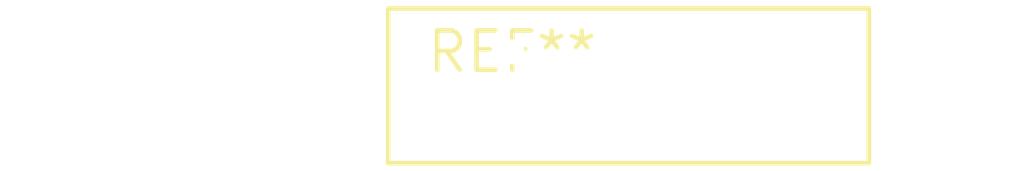
<source format=kicad_pcb>
(kicad_pcb (version 20240108) (generator pcbnew)
  (layers (0 "F.Cu" signal) (31 "B.Cu" signal) (34 "B.Paste" user) (35 "F.Paste" user) (36 "B.SilkS" user "B.Silkscreen") (37 "F.SilkS" user "F.Silkscreen") (38 "B.Mask" user) (39 "F.Mask" user) (44 "Edge.Cuts" user))
  (net 0 "")
  (footprint "RV_Disc_D15.5mm_W5mm_P7.5mm" (layer "F.Cu") (at 0 0)
    (property "Reference" "REF**")
    (property "Value" "RV_Disc_D15.5mm_W5mm_P7.5mm")
    (fp_line (start -4 -1.4) (end -4 3.6) (layer "F.SilkS") (stroke (width 0.15)))
    (fp_line (start -4 -1.4) (end 11.5 -1.4) (layer "F.SilkS") (stroke (width 0.15)))
    (fp_line (start -4 3.6) (end 11.5 3.6) (layer "F.SilkS") (stroke (width 0.15)))
    (fp_line (start 11.5 -1.4) (end 11.5 3.6) (layer "F.SilkS") (stroke (width 0.15)))
    (pad "1" thru_hole circle (at 0 0) (size 1.8 1.8) (drill 0.8) (layers *.Cu *.Mask) (remove_unused_layers))
    (pad "2" thru_hole circle (at 7.5 2.2) (size 1.8 1.8) (drill 0.8) (layers *.Cu *.Mask) (remove_unused_layers))
  )
)
</source>
